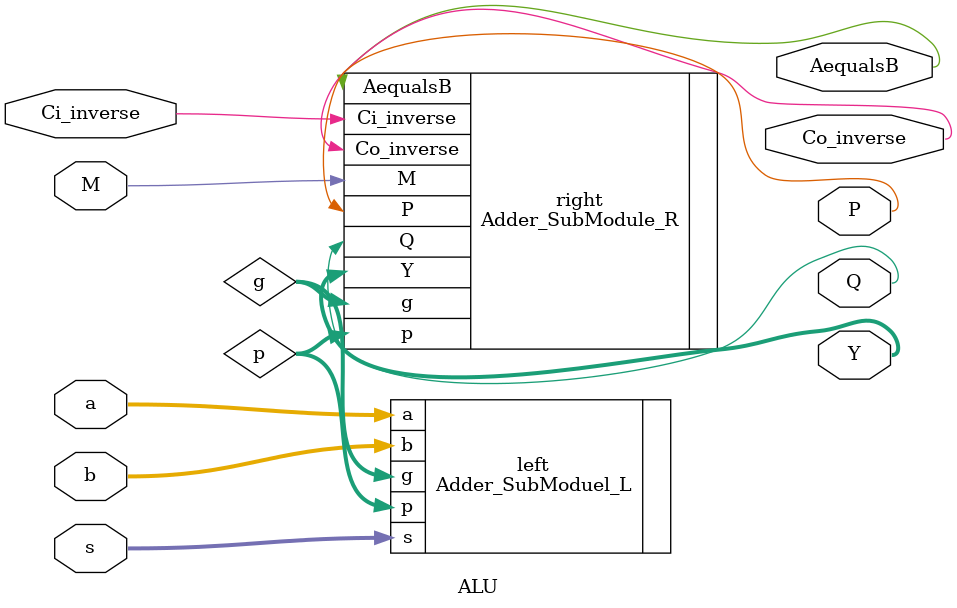
<source format=v>
module ALU (a,b,s,M,Ci_inverse,P,Q,Co_inverse,Y,AequalsB);

  input [3:0] a;
  input [3:0] b;
  input [3:0] s;
  input M,Ci_inverse;

  output P,Q,Co_inverse,AequalsB;
  output [3:0] Y;

  wire [3:0] p;
  wire [3:0] g;

  Adder_SubModuel_L left(.a(a),.b(b),.s(s),.p(p),.g(g));
  Adder_SubModule_R right(.p(p),.g(g),.M(M),.Ci_inverse(Ci_inverse),.Co_inverse(Co_inverse),.P(P),.Q(Q),.Y(Y),.AequalsB(AequalsB));

endmodule // Adder

</source>
